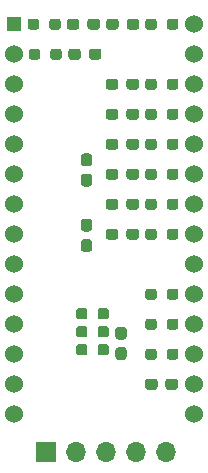
<source format=gbs>
G04 #@! TF.GenerationSoftware,KiCad,Pcbnew,5.1.12-84ad8e8a86~92~ubuntu20.04.1*
G04 #@! TF.CreationDate,2022-01-11T07:23:18+09:00*
G04 #@! TF.ProjectId,LI2026ODP,4c493230-3236-44f4-9450-2e6b69636164,rev?*
G04 #@! TF.SameCoordinates,Original*
G04 #@! TF.FileFunction,Soldermask,Bot*
G04 #@! TF.FilePolarity,Negative*
%FSLAX46Y46*%
G04 Gerber Fmt 4.6, Leading zero omitted, Abs format (unit mm)*
G04 Created by KiCad (PCBNEW 5.1.12-84ad8e8a86~92~ubuntu20.04.1) date 2022-01-11 07:23:18*
%MOMM*%
%LPD*%
G01*
G04 APERTURE LIST*
%ADD10O,1.700000X1.700000*%
%ADD11R,1.700000X1.700000*%
%ADD12C,1.524000*%
%ADD13R,1.270000X1.270000*%
G04 APERTURE END LIST*
G04 #@! TO.C,C5*
G36*
G01*
X129469000Y-116602500D02*
X129469000Y-117077500D01*
G75*
G02*
X129231500Y-117315000I-237500J0D01*
G01*
X128631500Y-117315000D01*
G75*
G02*
X128394000Y-117077500I0J237500D01*
G01*
X128394000Y-116602500D01*
G75*
G02*
X128631500Y-116365000I237500J0D01*
G01*
X129231500Y-116365000D01*
G75*
G02*
X129469000Y-116602500I0J-237500D01*
G01*
G37*
G36*
G01*
X131194000Y-116602500D02*
X131194000Y-117077500D01*
G75*
G02*
X130956500Y-117315000I-237500J0D01*
G01*
X130356500Y-117315000D01*
G75*
G02*
X130119000Y-117077500I0J237500D01*
G01*
X130119000Y-116602500D01*
G75*
G02*
X130356500Y-116365000I237500J0D01*
G01*
X130956500Y-116365000D01*
G75*
G02*
X131194000Y-116602500I0J-237500D01*
G01*
G37*
G04 #@! TD*
D10*
G04 #@! TO.C,J2*
X130175000Y-122555000D03*
X127635000Y-122555000D03*
X125095000Y-122555000D03*
X122555000Y-122555000D03*
D11*
X120015000Y-122555000D03*
G04 #@! TD*
D12*
G04 #@! TO.C,J1*
X132540000Y-86360000D03*
X132540000Y-88900000D03*
X132540000Y-91440000D03*
X132540000Y-93980000D03*
X132540000Y-96520000D03*
X132540000Y-99060000D03*
X132540000Y-101600000D03*
X132540000Y-104140000D03*
X132540000Y-106680000D03*
X132540000Y-109220000D03*
X132540000Y-111760000D03*
X132540000Y-114300000D03*
X132540000Y-116840000D03*
X132540000Y-119380000D03*
X117300000Y-119380000D03*
X117300000Y-116840000D03*
X117300000Y-114300000D03*
X117300000Y-111760000D03*
X117300000Y-109220000D03*
X117300000Y-106680000D03*
X117300000Y-104140000D03*
X117300000Y-101600000D03*
X117300000Y-99060000D03*
X117300000Y-96520000D03*
X117300000Y-93980000D03*
X117300000Y-91440000D03*
X117300000Y-88900000D03*
D13*
X117300000Y-86360000D03*
G04 #@! TD*
G04 #@! TO.C,R15*
G36*
G01*
X123525000Y-113681500D02*
X123525000Y-114156500D01*
G75*
G02*
X123287500Y-114394000I-237500J0D01*
G01*
X122787500Y-114394000D01*
G75*
G02*
X122550000Y-114156500I0J237500D01*
G01*
X122550000Y-113681500D01*
G75*
G02*
X122787500Y-113444000I237500J0D01*
G01*
X123287500Y-113444000D01*
G75*
G02*
X123525000Y-113681500I0J-237500D01*
G01*
G37*
G36*
G01*
X125350000Y-113681500D02*
X125350000Y-114156500D01*
G75*
G02*
X125112500Y-114394000I-237500J0D01*
G01*
X124612500Y-114394000D01*
G75*
G02*
X124375000Y-114156500I0J237500D01*
G01*
X124375000Y-113681500D01*
G75*
G02*
X124612500Y-113444000I237500J0D01*
G01*
X125112500Y-113444000D01*
G75*
G02*
X125350000Y-113681500I0J-237500D01*
G01*
G37*
G04 #@! TD*
G04 #@! TO.C,R14*
G36*
G01*
X129392500Y-114062500D02*
X129392500Y-114537500D01*
G75*
G02*
X129155000Y-114775000I-237500J0D01*
G01*
X128655000Y-114775000D01*
G75*
G02*
X128417500Y-114537500I0J237500D01*
G01*
X128417500Y-114062500D01*
G75*
G02*
X128655000Y-113825000I237500J0D01*
G01*
X129155000Y-113825000D01*
G75*
G02*
X129392500Y-114062500I0J-237500D01*
G01*
G37*
G36*
G01*
X131217500Y-114062500D02*
X131217500Y-114537500D01*
G75*
G02*
X130980000Y-114775000I-237500J0D01*
G01*
X130480000Y-114775000D01*
G75*
G02*
X130242500Y-114537500I0J237500D01*
G01*
X130242500Y-114062500D01*
G75*
G02*
X130480000Y-113825000I237500J0D01*
G01*
X130980000Y-113825000D01*
G75*
G02*
X131217500Y-114062500I0J-237500D01*
G01*
G37*
G04 #@! TD*
G04 #@! TO.C,R13*
G36*
G01*
X123525000Y-112157500D02*
X123525000Y-112632500D01*
G75*
G02*
X123287500Y-112870000I-237500J0D01*
G01*
X122787500Y-112870000D01*
G75*
G02*
X122550000Y-112632500I0J237500D01*
G01*
X122550000Y-112157500D01*
G75*
G02*
X122787500Y-111920000I237500J0D01*
G01*
X123287500Y-111920000D01*
G75*
G02*
X123525000Y-112157500I0J-237500D01*
G01*
G37*
G36*
G01*
X125350000Y-112157500D02*
X125350000Y-112632500D01*
G75*
G02*
X125112500Y-112870000I-237500J0D01*
G01*
X124612500Y-112870000D01*
G75*
G02*
X124375000Y-112632500I0J237500D01*
G01*
X124375000Y-112157500D01*
G75*
G02*
X124612500Y-111920000I237500J0D01*
G01*
X125112500Y-111920000D01*
G75*
G02*
X125350000Y-112157500I0J-237500D01*
G01*
G37*
G04 #@! TD*
G04 #@! TO.C,R12*
G36*
G01*
X129392500Y-111522500D02*
X129392500Y-111997500D01*
G75*
G02*
X129155000Y-112235000I-237500J0D01*
G01*
X128655000Y-112235000D01*
G75*
G02*
X128417500Y-111997500I0J237500D01*
G01*
X128417500Y-111522500D01*
G75*
G02*
X128655000Y-111285000I237500J0D01*
G01*
X129155000Y-111285000D01*
G75*
G02*
X129392500Y-111522500I0J-237500D01*
G01*
G37*
G36*
G01*
X131217500Y-111522500D02*
X131217500Y-111997500D01*
G75*
G02*
X130980000Y-112235000I-237500J0D01*
G01*
X130480000Y-112235000D01*
G75*
G02*
X130242500Y-111997500I0J237500D01*
G01*
X130242500Y-111522500D01*
G75*
G02*
X130480000Y-111285000I237500J0D01*
G01*
X130980000Y-111285000D01*
G75*
G02*
X131217500Y-111522500I0J-237500D01*
G01*
G37*
G04 #@! TD*
G04 #@! TO.C,R11*
G36*
G01*
X123525000Y-110633500D02*
X123525000Y-111108500D01*
G75*
G02*
X123287500Y-111346000I-237500J0D01*
G01*
X122787500Y-111346000D01*
G75*
G02*
X122550000Y-111108500I0J237500D01*
G01*
X122550000Y-110633500D01*
G75*
G02*
X122787500Y-110396000I237500J0D01*
G01*
X123287500Y-110396000D01*
G75*
G02*
X123525000Y-110633500I0J-237500D01*
G01*
G37*
G36*
G01*
X125350000Y-110633500D02*
X125350000Y-111108500D01*
G75*
G02*
X125112500Y-111346000I-237500J0D01*
G01*
X124612500Y-111346000D01*
G75*
G02*
X124375000Y-111108500I0J237500D01*
G01*
X124375000Y-110633500D01*
G75*
G02*
X124612500Y-110396000I237500J0D01*
G01*
X125112500Y-110396000D01*
G75*
G02*
X125350000Y-110633500I0J-237500D01*
G01*
G37*
G04 #@! TD*
G04 #@! TO.C,R10*
G36*
G01*
X129392500Y-108982500D02*
X129392500Y-109457500D01*
G75*
G02*
X129155000Y-109695000I-237500J0D01*
G01*
X128655000Y-109695000D01*
G75*
G02*
X128417500Y-109457500I0J237500D01*
G01*
X128417500Y-108982500D01*
G75*
G02*
X128655000Y-108745000I237500J0D01*
G01*
X129155000Y-108745000D01*
G75*
G02*
X129392500Y-108982500I0J-237500D01*
G01*
G37*
G36*
G01*
X131217500Y-108982500D02*
X131217500Y-109457500D01*
G75*
G02*
X130980000Y-109695000I-237500J0D01*
G01*
X130480000Y-109695000D01*
G75*
G02*
X130242500Y-109457500I0J237500D01*
G01*
X130242500Y-108982500D01*
G75*
G02*
X130480000Y-108745000I237500J0D01*
G01*
X130980000Y-108745000D01*
G75*
G02*
X131217500Y-108982500I0J-237500D01*
G01*
G37*
G04 #@! TD*
G04 #@! TO.C,R9*
G36*
G01*
X130242500Y-104377500D02*
X130242500Y-103902500D01*
G75*
G02*
X130480000Y-103665000I237500J0D01*
G01*
X130980000Y-103665000D01*
G75*
G02*
X131217500Y-103902500I0J-237500D01*
G01*
X131217500Y-104377500D01*
G75*
G02*
X130980000Y-104615000I-237500J0D01*
G01*
X130480000Y-104615000D01*
G75*
G02*
X130242500Y-104377500I0J237500D01*
G01*
G37*
G36*
G01*
X128417500Y-104377500D02*
X128417500Y-103902500D01*
G75*
G02*
X128655000Y-103665000I237500J0D01*
G01*
X129155000Y-103665000D01*
G75*
G02*
X129392500Y-103902500I0J-237500D01*
G01*
X129392500Y-104377500D01*
G75*
G02*
X129155000Y-104615000I-237500J0D01*
G01*
X128655000Y-104615000D01*
G75*
G02*
X128417500Y-104377500I0J237500D01*
G01*
G37*
G04 #@! TD*
G04 #@! TO.C,R8*
G36*
G01*
X130242500Y-101837500D02*
X130242500Y-101362500D01*
G75*
G02*
X130480000Y-101125000I237500J0D01*
G01*
X130980000Y-101125000D01*
G75*
G02*
X131217500Y-101362500I0J-237500D01*
G01*
X131217500Y-101837500D01*
G75*
G02*
X130980000Y-102075000I-237500J0D01*
G01*
X130480000Y-102075000D01*
G75*
G02*
X130242500Y-101837500I0J237500D01*
G01*
G37*
G36*
G01*
X128417500Y-101837500D02*
X128417500Y-101362500D01*
G75*
G02*
X128655000Y-101125000I237500J0D01*
G01*
X129155000Y-101125000D01*
G75*
G02*
X129392500Y-101362500I0J-237500D01*
G01*
X129392500Y-101837500D01*
G75*
G02*
X129155000Y-102075000I-237500J0D01*
G01*
X128655000Y-102075000D01*
G75*
G02*
X128417500Y-101837500I0J237500D01*
G01*
G37*
G04 #@! TD*
G04 #@! TO.C,R7*
G36*
G01*
X130242500Y-99297500D02*
X130242500Y-98822500D01*
G75*
G02*
X130480000Y-98585000I237500J0D01*
G01*
X130980000Y-98585000D01*
G75*
G02*
X131217500Y-98822500I0J-237500D01*
G01*
X131217500Y-99297500D01*
G75*
G02*
X130980000Y-99535000I-237500J0D01*
G01*
X130480000Y-99535000D01*
G75*
G02*
X130242500Y-99297500I0J237500D01*
G01*
G37*
G36*
G01*
X128417500Y-99297500D02*
X128417500Y-98822500D01*
G75*
G02*
X128655000Y-98585000I237500J0D01*
G01*
X129155000Y-98585000D01*
G75*
G02*
X129392500Y-98822500I0J-237500D01*
G01*
X129392500Y-99297500D01*
G75*
G02*
X129155000Y-99535000I-237500J0D01*
G01*
X128655000Y-99535000D01*
G75*
G02*
X128417500Y-99297500I0J237500D01*
G01*
G37*
G04 #@! TD*
G04 #@! TO.C,R6*
G36*
G01*
X130242500Y-96757500D02*
X130242500Y-96282500D01*
G75*
G02*
X130480000Y-96045000I237500J0D01*
G01*
X130980000Y-96045000D01*
G75*
G02*
X131217500Y-96282500I0J-237500D01*
G01*
X131217500Y-96757500D01*
G75*
G02*
X130980000Y-96995000I-237500J0D01*
G01*
X130480000Y-96995000D01*
G75*
G02*
X130242500Y-96757500I0J237500D01*
G01*
G37*
G36*
G01*
X128417500Y-96757500D02*
X128417500Y-96282500D01*
G75*
G02*
X128655000Y-96045000I237500J0D01*
G01*
X129155000Y-96045000D01*
G75*
G02*
X129392500Y-96282500I0J-237500D01*
G01*
X129392500Y-96757500D01*
G75*
G02*
X129155000Y-96995000I-237500J0D01*
G01*
X128655000Y-96995000D01*
G75*
G02*
X128417500Y-96757500I0J237500D01*
G01*
G37*
G04 #@! TD*
G04 #@! TO.C,R5*
G36*
G01*
X130242500Y-94217500D02*
X130242500Y-93742500D01*
G75*
G02*
X130480000Y-93505000I237500J0D01*
G01*
X130980000Y-93505000D01*
G75*
G02*
X131217500Y-93742500I0J-237500D01*
G01*
X131217500Y-94217500D01*
G75*
G02*
X130980000Y-94455000I-237500J0D01*
G01*
X130480000Y-94455000D01*
G75*
G02*
X130242500Y-94217500I0J237500D01*
G01*
G37*
G36*
G01*
X128417500Y-94217500D02*
X128417500Y-93742500D01*
G75*
G02*
X128655000Y-93505000I237500J0D01*
G01*
X129155000Y-93505000D01*
G75*
G02*
X129392500Y-93742500I0J-237500D01*
G01*
X129392500Y-94217500D01*
G75*
G02*
X129155000Y-94455000I-237500J0D01*
G01*
X128655000Y-94455000D01*
G75*
G02*
X128417500Y-94217500I0J237500D01*
G01*
G37*
G04 #@! TD*
G04 #@! TO.C,D9*
G36*
G01*
X126156000Y-86122500D02*
X126156000Y-86597500D01*
G75*
G02*
X125918500Y-86835000I-237500J0D01*
G01*
X125343500Y-86835000D01*
G75*
G02*
X125106000Y-86597500I0J237500D01*
G01*
X125106000Y-86122500D01*
G75*
G02*
X125343500Y-85885000I237500J0D01*
G01*
X125918500Y-85885000D01*
G75*
G02*
X126156000Y-86122500I0J-237500D01*
G01*
G37*
G36*
G01*
X127906000Y-86122500D02*
X127906000Y-86597500D01*
G75*
G02*
X127668500Y-86835000I-237500J0D01*
G01*
X127093500Y-86835000D01*
G75*
G02*
X126856000Y-86597500I0J237500D01*
G01*
X126856000Y-86122500D01*
G75*
G02*
X127093500Y-85885000I237500J0D01*
G01*
X127668500Y-85885000D01*
G75*
G02*
X127906000Y-86122500I0J-237500D01*
G01*
G37*
G04 #@! TD*
G04 #@! TO.C,D7*
G36*
G01*
X126128000Y-93742500D02*
X126128000Y-94217500D01*
G75*
G02*
X125890500Y-94455000I-237500J0D01*
G01*
X125315500Y-94455000D01*
G75*
G02*
X125078000Y-94217500I0J237500D01*
G01*
X125078000Y-93742500D01*
G75*
G02*
X125315500Y-93505000I237500J0D01*
G01*
X125890500Y-93505000D01*
G75*
G02*
X126128000Y-93742500I0J-237500D01*
G01*
G37*
G36*
G01*
X127878000Y-93742500D02*
X127878000Y-94217500D01*
G75*
G02*
X127640500Y-94455000I-237500J0D01*
G01*
X127065500Y-94455000D01*
G75*
G02*
X126828000Y-94217500I0J237500D01*
G01*
X126828000Y-93742500D01*
G75*
G02*
X127065500Y-93505000I237500J0D01*
G01*
X127640500Y-93505000D01*
G75*
G02*
X127878000Y-93742500I0J-237500D01*
G01*
G37*
G04 #@! TD*
G04 #@! TO.C,D6*
G36*
G01*
X126128000Y-96282500D02*
X126128000Y-96757500D01*
G75*
G02*
X125890500Y-96995000I-237500J0D01*
G01*
X125315500Y-96995000D01*
G75*
G02*
X125078000Y-96757500I0J237500D01*
G01*
X125078000Y-96282500D01*
G75*
G02*
X125315500Y-96045000I237500J0D01*
G01*
X125890500Y-96045000D01*
G75*
G02*
X126128000Y-96282500I0J-237500D01*
G01*
G37*
G36*
G01*
X127878000Y-96282500D02*
X127878000Y-96757500D01*
G75*
G02*
X127640500Y-96995000I-237500J0D01*
G01*
X127065500Y-96995000D01*
G75*
G02*
X126828000Y-96757500I0J237500D01*
G01*
X126828000Y-96282500D01*
G75*
G02*
X127065500Y-96045000I237500J0D01*
G01*
X127640500Y-96045000D01*
G75*
G02*
X127878000Y-96282500I0J-237500D01*
G01*
G37*
G04 #@! TD*
G04 #@! TO.C,D5*
G36*
G01*
X126128000Y-98822500D02*
X126128000Y-99297500D01*
G75*
G02*
X125890500Y-99535000I-237500J0D01*
G01*
X125315500Y-99535000D01*
G75*
G02*
X125078000Y-99297500I0J237500D01*
G01*
X125078000Y-98822500D01*
G75*
G02*
X125315500Y-98585000I237500J0D01*
G01*
X125890500Y-98585000D01*
G75*
G02*
X126128000Y-98822500I0J-237500D01*
G01*
G37*
G36*
G01*
X127878000Y-98822500D02*
X127878000Y-99297500D01*
G75*
G02*
X127640500Y-99535000I-237500J0D01*
G01*
X127065500Y-99535000D01*
G75*
G02*
X126828000Y-99297500I0J237500D01*
G01*
X126828000Y-98822500D01*
G75*
G02*
X127065500Y-98585000I237500J0D01*
G01*
X127640500Y-98585000D01*
G75*
G02*
X127878000Y-98822500I0J-237500D01*
G01*
G37*
G04 #@! TD*
G04 #@! TO.C,C4*
G36*
G01*
X126602500Y-113059500D02*
X126127500Y-113059500D01*
G75*
G02*
X125890000Y-112822000I0J237500D01*
G01*
X125890000Y-112222000D01*
G75*
G02*
X126127500Y-111984500I237500J0D01*
G01*
X126602500Y-111984500D01*
G75*
G02*
X126840000Y-112222000I0J-237500D01*
G01*
X126840000Y-112822000D01*
G75*
G02*
X126602500Y-113059500I-237500J0D01*
G01*
G37*
G36*
G01*
X126602500Y-114784500D02*
X126127500Y-114784500D01*
G75*
G02*
X125890000Y-114547000I0J237500D01*
G01*
X125890000Y-113947000D01*
G75*
G02*
X126127500Y-113709500I237500J0D01*
G01*
X126602500Y-113709500D01*
G75*
G02*
X126840000Y-113947000I0J-237500D01*
G01*
X126840000Y-114547000D01*
G75*
G02*
X126602500Y-114784500I-237500J0D01*
G01*
G37*
G04 #@! TD*
G04 #@! TO.C,C3*
G36*
G01*
X123681500Y-98380500D02*
X123206500Y-98380500D01*
G75*
G02*
X122969000Y-98143000I0J237500D01*
G01*
X122969000Y-97543000D01*
G75*
G02*
X123206500Y-97305500I237500J0D01*
G01*
X123681500Y-97305500D01*
G75*
G02*
X123919000Y-97543000I0J-237500D01*
G01*
X123919000Y-98143000D01*
G75*
G02*
X123681500Y-98380500I-237500J0D01*
G01*
G37*
G36*
G01*
X123681500Y-100105500D02*
X123206500Y-100105500D01*
G75*
G02*
X122969000Y-99868000I0J237500D01*
G01*
X122969000Y-99268000D01*
G75*
G02*
X123206500Y-99030500I237500J0D01*
G01*
X123681500Y-99030500D01*
G75*
G02*
X123919000Y-99268000I0J-237500D01*
G01*
X123919000Y-99868000D01*
G75*
G02*
X123681500Y-100105500I-237500J0D01*
G01*
G37*
G04 #@! TD*
G04 #@! TO.C,C2*
G36*
G01*
X123206500Y-104565500D02*
X123681500Y-104565500D01*
G75*
G02*
X123919000Y-104803000I0J-237500D01*
G01*
X123919000Y-105403000D01*
G75*
G02*
X123681500Y-105640500I-237500J0D01*
G01*
X123206500Y-105640500D01*
G75*
G02*
X122969000Y-105403000I0J237500D01*
G01*
X122969000Y-104803000D01*
G75*
G02*
X123206500Y-104565500I237500J0D01*
G01*
G37*
G36*
G01*
X123206500Y-102840500D02*
X123681500Y-102840500D01*
G75*
G02*
X123919000Y-103078000I0J-237500D01*
G01*
X123919000Y-103678000D01*
G75*
G02*
X123681500Y-103915500I-237500J0D01*
G01*
X123206500Y-103915500D01*
G75*
G02*
X122969000Y-103678000I0J237500D01*
G01*
X122969000Y-103078000D01*
G75*
G02*
X123206500Y-102840500I237500J0D01*
G01*
G37*
G04 #@! TD*
G04 #@! TO.C,R3*
G36*
G01*
X130242500Y-86597500D02*
X130242500Y-86122500D01*
G75*
G02*
X130480000Y-85885000I237500J0D01*
G01*
X130980000Y-85885000D01*
G75*
G02*
X131217500Y-86122500I0J-237500D01*
G01*
X131217500Y-86597500D01*
G75*
G02*
X130980000Y-86835000I-237500J0D01*
G01*
X130480000Y-86835000D01*
G75*
G02*
X130242500Y-86597500I0J237500D01*
G01*
G37*
G36*
G01*
X128417500Y-86597500D02*
X128417500Y-86122500D01*
G75*
G02*
X128655000Y-85885000I237500J0D01*
G01*
X129155000Y-85885000D01*
G75*
G02*
X129392500Y-86122500I0J-237500D01*
G01*
X129392500Y-86597500D01*
G75*
G02*
X129155000Y-86835000I-237500J0D01*
G01*
X128655000Y-86835000D01*
G75*
G02*
X128417500Y-86597500I0J237500D01*
G01*
G37*
G04 #@! TD*
G04 #@! TO.C,R2*
G36*
G01*
X119439500Y-86122500D02*
X119439500Y-86597500D01*
G75*
G02*
X119202000Y-86835000I-237500J0D01*
G01*
X118702000Y-86835000D01*
G75*
G02*
X118464500Y-86597500I0J237500D01*
G01*
X118464500Y-86122500D01*
G75*
G02*
X118702000Y-85885000I237500J0D01*
G01*
X119202000Y-85885000D01*
G75*
G02*
X119439500Y-86122500I0J-237500D01*
G01*
G37*
G36*
G01*
X121264500Y-86122500D02*
X121264500Y-86597500D01*
G75*
G02*
X121027000Y-86835000I-237500J0D01*
G01*
X120527000Y-86835000D01*
G75*
G02*
X120289500Y-86597500I0J237500D01*
G01*
X120289500Y-86122500D01*
G75*
G02*
X120527000Y-85885000I237500J0D01*
G01*
X121027000Y-85885000D01*
G75*
G02*
X121264500Y-86122500I0J-237500D01*
G01*
G37*
G04 #@! TD*
G04 #@! TO.C,R1*
G36*
G01*
X119526000Y-88662500D02*
X119526000Y-89137500D01*
G75*
G02*
X119288500Y-89375000I-237500J0D01*
G01*
X118788500Y-89375000D01*
G75*
G02*
X118551000Y-89137500I0J237500D01*
G01*
X118551000Y-88662500D01*
G75*
G02*
X118788500Y-88425000I237500J0D01*
G01*
X119288500Y-88425000D01*
G75*
G02*
X119526000Y-88662500I0J-237500D01*
G01*
G37*
G36*
G01*
X121351000Y-88662500D02*
X121351000Y-89137500D01*
G75*
G02*
X121113500Y-89375000I-237500J0D01*
G01*
X120613500Y-89375000D01*
G75*
G02*
X120376000Y-89137500I0J237500D01*
G01*
X120376000Y-88662500D01*
G75*
G02*
X120613500Y-88425000I237500J0D01*
G01*
X121113500Y-88425000D01*
G75*
G02*
X121351000Y-88662500I0J-237500D01*
G01*
G37*
G04 #@! TD*
G04 #@! TO.C,D4*
G36*
G01*
X126128000Y-101362500D02*
X126128000Y-101837500D01*
G75*
G02*
X125890500Y-102075000I-237500J0D01*
G01*
X125315500Y-102075000D01*
G75*
G02*
X125078000Y-101837500I0J237500D01*
G01*
X125078000Y-101362500D01*
G75*
G02*
X125315500Y-101125000I237500J0D01*
G01*
X125890500Y-101125000D01*
G75*
G02*
X126128000Y-101362500I0J-237500D01*
G01*
G37*
G36*
G01*
X127878000Y-101362500D02*
X127878000Y-101837500D01*
G75*
G02*
X127640500Y-102075000I-237500J0D01*
G01*
X127065500Y-102075000D01*
G75*
G02*
X126828000Y-101837500I0J237500D01*
G01*
X126828000Y-101362500D01*
G75*
G02*
X127065500Y-101125000I237500J0D01*
G01*
X127640500Y-101125000D01*
G75*
G02*
X127878000Y-101362500I0J-237500D01*
G01*
G37*
G04 #@! TD*
G04 #@! TO.C,D3*
G36*
G01*
X126128000Y-103902500D02*
X126128000Y-104377500D01*
G75*
G02*
X125890500Y-104615000I-237500J0D01*
G01*
X125315500Y-104615000D01*
G75*
G02*
X125078000Y-104377500I0J237500D01*
G01*
X125078000Y-103902500D01*
G75*
G02*
X125315500Y-103665000I237500J0D01*
G01*
X125890500Y-103665000D01*
G75*
G02*
X126128000Y-103902500I0J-237500D01*
G01*
G37*
G36*
G01*
X127878000Y-103902500D02*
X127878000Y-104377500D01*
G75*
G02*
X127640500Y-104615000I-237500J0D01*
G01*
X127065500Y-104615000D01*
G75*
G02*
X126828000Y-104377500I0J237500D01*
G01*
X126828000Y-103902500D01*
G75*
G02*
X127065500Y-103665000I237500J0D01*
G01*
X127640500Y-103665000D01*
G75*
G02*
X127878000Y-103902500I0J-237500D01*
G01*
G37*
G04 #@! TD*
G04 #@! TO.C,D2*
G36*
G01*
X123653000Y-89137500D02*
X123653000Y-88662500D01*
G75*
G02*
X123890500Y-88425000I237500J0D01*
G01*
X124465500Y-88425000D01*
G75*
G02*
X124703000Y-88662500I0J-237500D01*
G01*
X124703000Y-89137500D01*
G75*
G02*
X124465500Y-89375000I-237500J0D01*
G01*
X123890500Y-89375000D01*
G75*
G02*
X123653000Y-89137500I0J237500D01*
G01*
G37*
G36*
G01*
X121903000Y-89137500D02*
X121903000Y-88662500D01*
G75*
G02*
X122140500Y-88425000I237500J0D01*
G01*
X122715500Y-88425000D01*
G75*
G02*
X122953000Y-88662500I0J-237500D01*
G01*
X122953000Y-89137500D01*
G75*
G02*
X122715500Y-89375000I-237500J0D01*
G01*
X122140500Y-89375000D01*
G75*
G02*
X121903000Y-89137500I0J237500D01*
G01*
G37*
G04 #@! TD*
G04 #@! TO.C,D1*
G36*
G01*
X123526000Y-86597500D02*
X123526000Y-86122500D01*
G75*
G02*
X123763500Y-85885000I237500J0D01*
G01*
X124338500Y-85885000D01*
G75*
G02*
X124576000Y-86122500I0J-237500D01*
G01*
X124576000Y-86597500D01*
G75*
G02*
X124338500Y-86835000I-237500J0D01*
G01*
X123763500Y-86835000D01*
G75*
G02*
X123526000Y-86597500I0J237500D01*
G01*
G37*
G36*
G01*
X121776000Y-86597500D02*
X121776000Y-86122500D01*
G75*
G02*
X122013500Y-85885000I237500J0D01*
G01*
X122588500Y-85885000D01*
G75*
G02*
X122826000Y-86122500I0J-237500D01*
G01*
X122826000Y-86597500D01*
G75*
G02*
X122588500Y-86835000I-237500J0D01*
G01*
X122013500Y-86835000D01*
G75*
G02*
X121776000Y-86597500I0J237500D01*
G01*
G37*
G04 #@! TD*
G04 #@! TO.C,R4*
G36*
G01*
X130242500Y-91677500D02*
X130242500Y-91202500D01*
G75*
G02*
X130480000Y-90965000I237500J0D01*
G01*
X130980000Y-90965000D01*
G75*
G02*
X131217500Y-91202500I0J-237500D01*
G01*
X131217500Y-91677500D01*
G75*
G02*
X130980000Y-91915000I-237500J0D01*
G01*
X130480000Y-91915000D01*
G75*
G02*
X130242500Y-91677500I0J237500D01*
G01*
G37*
G36*
G01*
X128417500Y-91677500D02*
X128417500Y-91202500D01*
G75*
G02*
X128655000Y-90965000I237500J0D01*
G01*
X129155000Y-90965000D01*
G75*
G02*
X129392500Y-91202500I0J-237500D01*
G01*
X129392500Y-91677500D01*
G75*
G02*
X129155000Y-91915000I-237500J0D01*
G01*
X128655000Y-91915000D01*
G75*
G02*
X128417500Y-91677500I0J237500D01*
G01*
G37*
G04 #@! TD*
G04 #@! TO.C,D8*
G36*
G01*
X126128000Y-91202500D02*
X126128000Y-91677500D01*
G75*
G02*
X125890500Y-91915000I-237500J0D01*
G01*
X125315500Y-91915000D01*
G75*
G02*
X125078000Y-91677500I0J237500D01*
G01*
X125078000Y-91202500D01*
G75*
G02*
X125315500Y-90965000I237500J0D01*
G01*
X125890500Y-90965000D01*
G75*
G02*
X126128000Y-91202500I0J-237500D01*
G01*
G37*
G36*
G01*
X127878000Y-91202500D02*
X127878000Y-91677500D01*
G75*
G02*
X127640500Y-91915000I-237500J0D01*
G01*
X127065500Y-91915000D01*
G75*
G02*
X126828000Y-91677500I0J237500D01*
G01*
X126828000Y-91202500D01*
G75*
G02*
X127065500Y-90965000I237500J0D01*
G01*
X127640500Y-90965000D01*
G75*
G02*
X127878000Y-91202500I0J-237500D01*
G01*
G37*
G04 #@! TD*
M02*

</source>
